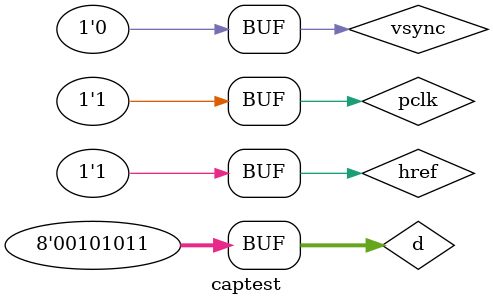
<source format=v>
`timescale 1ns / 1ps
module captest;
	// Inputs
	reg pclk;
	reg vsync;
	reg href;
	reg [7:0] d;

	// Outputs
	wire [16:0] addr;
	wire [11:0] dout;
	wire we;

	// Instantiate the Unit Under Test (UUT)
	ov7670_capture uut (
		.pclk(pclk), 
		.vsync(vsync), 
		.href(href), 
		.d(d), 
		.addr(addr), 
		.dout(dout), 
		.we(we)
	);

	initial begin
		// Initialize Inputs
		pclk = 1'b1;
		#50;
		vsync = 1'b0;
		#50;
		href = 1'b1;
		#50;
		d = 10100011;
		#50;
		// Wait 100 ns for global reset to finish
		#100;
        
		// Add stimulus here
	end
      
endmodule


</source>
